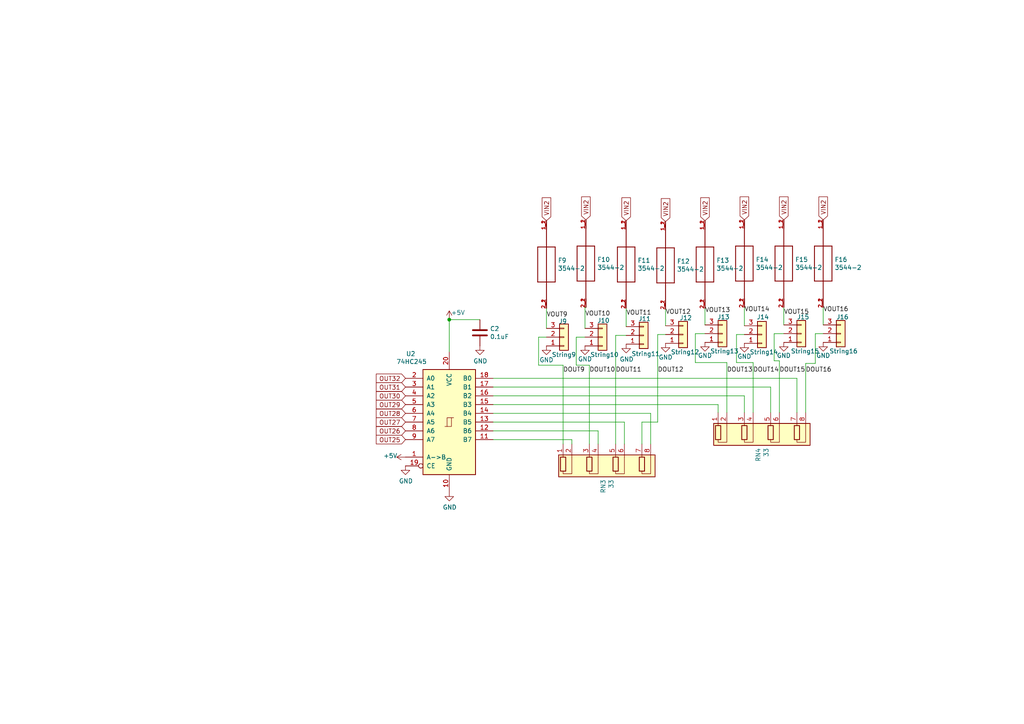
<source format=kicad_sch>
(kicad_sch (version 20211123) (generator eeschema)
  (paper "A4")
  (title_block (title "16 Expansion SMD 24pin") (date "2022-05-09") (rev "v1") (company "Scott Hanson"))
  (lib_symbols
    (symbol "74xx:74HC245" (pin_names (offset 1.016))
      (property "Reference" "U" (at -7.62 16.51 0))
      (property "Value" "74HC245" (at -7.62 -16.51 0))
      (symbol "74HC245_1_0"
        (polyline (pts (xy -0.635 -1.27) (xy -0.635 1.27) (xy 0.635 1.27)))
        (polyline (pts (xy -1.27 -1.27) (xy 0.635 -1.27) (xy 0.635 1.27) (xy 1.27 1.27)))
        (pin input line (at -12.7 -10.16 0) (length 5.08) (name "A->B") (number "1"))
        (pin power_in line (at 0 -20.32 90) (length 5.08) (name "GND") (number "10"))
        (pin tri_state line (at 12.7 -5.08 180) (length 5.08) (name "B7") (number "11"))
        (pin tri_state line (at 12.7 -2.54 180) (length 5.08) (name "B6") (number "12"))
        (pin tri_state line (at 12.7 0 180) (length 5.08) (name "B5") (number "13"))
        (pin tri_state line (at 12.7 2.54 180) (length 5.08) (name "B4") (number "14"))
        (pin tri_state line (at 12.7 5.08 180) (length 5.08) (name "B3") (number "15"))
        (pin tri_state line (at 12.7 7.62 180) (length 5.08) (name "B2") (number "16"))
        (pin tri_state line (at 12.7 10.16 180) (length 5.08) (name "B1") (number "17"))
        (pin tri_state line (at 12.7 12.7 180) (length 5.08) (name "B0") (number "18"))
        (pin input inverted (at -12.7 -12.7 0) (length 5.08) (name "CE") (number "19"))
        (pin tri_state line (at -12.7 12.7 0) (length 5.08) (name "A0") (number "2"))
        (pin power_in line (at 0 20.32 270) (length 5.08) (name "VCC") (number "20"))
        (pin tri_state line (at -12.7 10.16 0) (length 5.08) (name "A1") (number "3"))
        (pin tri_state line (at -12.7 7.62 0) (length 5.08) (name "A2") (number "4"))
        (pin tri_state line (at -12.7 5.08 0) (length 5.08) (name "A3") (number "5"))
        (pin tri_state line (at -12.7 2.54 0) (length 5.08) (name "A4") (number "6"))
        (pin tri_state line (at -12.7 0 0) (length 5.08) (name "A5") (number "7"))
        (pin tri_state line (at -12.7 -2.54 0) (length 5.08) (name "A6") (number "8"))
        (pin tri_state line (at -12.7 -5.08 0) (length 5.08) (name "A7") (number "9"))
      )
      (symbol "74HC245_1_1"
        (rectangle (start -7.62 15.24) (end 7.62 -15.24) (stroke (width 0.254)) (fill (type background)))
      )
    )
    (symbol "Connector_Generic:Conn_01x03" (pin_names (offset 1.016) hide)
      (property "Reference" "J" (at 0 5.08 0))
      (property "Value" "Conn_01x03" (at 0 -5.08 0))
      (symbol "Conn_01x03_1_1"
        (rectangle (start -1.27 -2.413) (end 0 -2.667) (stroke (width 0.1524)))
        (rectangle (start -1.27 0.127) (end 0 -0.127) (stroke (width 0.1524)))
        (rectangle (start -1.27 2.667) (end 0 2.413) (stroke (width 0.1524)))
        (rectangle (start -1.27 3.81) (end 1.27 -3.81) (stroke (width 0.254)) (fill (type background)))
        (pin passive line (at -5.08 2.54 0) (length 3.81) (name "Pin_1") (number "1"))
        (pin passive line (at -5.08 0 0) (length 3.81) (name "Pin_2") (number "2"))
        (pin passive line (at -5.08 -2.54 0) (length 3.81) (name "Pin_3") (number "3"))
      )
    )
    (symbol "PB_16-rescue:3544-2-Keystone_Fuse" (pin_names (offset 1.016) hide)
      (property "Reference" "F" (at -5.08 3.302 0))
      (property "Value" "3544-2-Keystone_Fuse" (at -5.08 -5.08 0))
      (symbol "3544-2-Keystone_Fuse_0_0"
        (polyline (pts (xy -12.7 0) (xy 12.7 0)) (stroke (width 0.254)))
        (polyline (pts (xy -5.08 -2.54) (xy -5.08 2.54)) (stroke (width 0.254)))
        (polyline (pts (xy -5.08 2.54) (xy 5.08 2.54)) (stroke (width 0.254)))
        (polyline (pts (xy 5.08 -2.54) (xy -5.08 -2.54)) (stroke (width 0.254)))
        (polyline (pts (xy 5.08 2.54) (xy 5.08 -2.54)) (stroke (width 0.254)))
        (pin passive line (at -12.7 0 0) (length 2.54) (name "1") (number "1_1"))
        (pin passive line (at -12.7 0 0) (length 2.54) (name "1") (number "1_2"))
        (pin passive line (at 12.7 0 180) (length 2.54) (name "2") (number "2_1"))
        (pin passive line (at 12.7 0 180) (length 2.54) (name "2") (number "2_2"))
      )
    )
    (symbol "PB_16-rescue:C-Device" (pin_numbers hide) (pin_names (offset 0.254))
      (property "Reference" "C" (at 0.635 2.54 0))
      (property "Value" "C-Device" (at 0.635 -2.54 0))
      (symbol "C-Device_0_1"
        (polyline (pts (xy -2.032 -0.762) (xy 2.032 -0.762)) (stroke (width 0.508)))
        (polyline (pts (xy -2.032 0.762) (xy 2.032 0.762)) (stroke (width 0.508)))
      )
      (symbol "C-Device_1_1"
        (pin passive line (at 0 3.81 270) (length 2.794) (name "~") (number "1"))
        (pin passive line (at 0 -3.81 90) (length 2.794) (name "~") (number "2"))
      )
    )
    (symbol "PB_16-rescue:R_Pack04_SIP-Device" (pin_names (offset 0) hide)
      (property "Reference" "RN" (at -15.24 0 90))
      (property "Value" "R_Pack04_SIP-Device" (at 15.24 0 90))
      (symbol "R_Pack04_SIP-Device_0_1"
        (rectangle (start -13.97 -1.905) (end 13.97 4.445) (stroke (width 0.254)) (fill (type background)))
        (rectangle (start -13.462 2.794) (end -11.938 -1.27) (stroke (width 0.254)))
        (rectangle (start -5.842 2.794) (end -4.318 -1.27) (stroke (width 0.254)))
        (polyline (pts (xy -12.7 2.794) (xy -12.7 3.556) (xy -10.16 3.556) (xy -10.16 -1.27)))
        (polyline (pts (xy -5.08 2.794) (xy -5.08 3.556) (xy -2.54 3.556) (xy -2.54 -1.27)))
        (polyline (pts (xy 2.54 2.794) (xy 2.54 3.556) (xy 5.08 3.556) (xy 5.08 -1.27)))
        (polyline (pts (xy 10.16 2.794) (xy 10.16 3.556) (xy 12.7 3.556) (xy 12.7 -1.27)))
        (rectangle (start 1.778 2.794) (end 3.302 -1.27) (stroke (width 0.254)))
        (rectangle (start 9.398 2.794) (end 10.922 -1.27) (stroke (width 0.254)))
      )
      (symbol "R_Pack04_SIP-Device_1_1"
        (pin passive line (at -12.7 -5.08 90) (length 3.81) (name "R1.1") (number "1"))
        (pin passive line (at -10.16 -5.08 90) (length 3.81) (name "R1.2") (number "2"))
        (pin passive line (at -5.08 -5.08 90) (length 3.81) (name "R2.1") (number "3"))
        (pin passive line (at -2.54 -5.08 90) (length 3.81) (name "R2.2") (number "4"))
        (pin passive line (at 2.54 -5.08 90) (length 3.81) (name "R3.1") (number "5"))
        (pin passive line (at 5.08 -5.08 90) (length 3.81) (name "R3.2") (number "6"))
        (pin passive line (at 10.16 -5.08 90) (length 3.81) (name "R4.1") (number "7"))
        (pin passive line (at 12.7 -5.08 90) (length 3.81) (name "R4.2") (number "8"))
      )
    )
    (symbol "power:+5V" (power) (pin_names (offset 0))
      (property "Value" "+5V" (at 0 3.556 0))
      (symbol "+5V_0_1"
        (polyline (pts (xy -0.762 1.27) (xy 0 2.54)))
        (polyline (pts (xy 0 0) (xy 0 2.54)))
        (polyline (pts (xy 0 2.54) (xy 0.762 1.27)))
      )
      (symbol "+5V_1_1"
        (pin power_in line (at 0 0 90) (length 0) hide (name "+5V") (number "1"))
      )
    )
    (symbol "power:GND" (power) (pin_names (offset 0))
      (property "Value" "GND" (at 0 -3.81 0))
      (symbol "GND_0_1"
        (polyline (pts (xy 0 0) (xy 0 -1.27) (xy 1.27 -1.27) (xy 0 -2.54) (xy -1.27 -1.27) (xy 0 -1.27)))
      )
      (symbol "GND_1_1"
        (pin power_in line (at 0 0 270) (length 0) hide (name "GND") (number "1"))
      )
    )
  )
  (junction (at 130.302 92.71))
  (wire (pts (xy 169.672 95.25) (xy 169.672 89.154)))
  (wire (pts (xy 190.754 97.028) (xy 190.754 122.428)))
  (wire (pts (xy 193.04 97.028) (xy 190.754 97.028)))
  (wire (pts (xy 181.61 89.408) (xy 181.61 94.742)))
  (wire (pts (xy 143.002 112.268) (xy 223.52 112.268)))
  (wire (pts (xy 169.672 89.154) (xy 169.926 89.154)))
  (wire (pts (xy 215.9 97.028) (xy 213.614 97.028)))
  (wire (pts (xy 143.002 117.348) (xy 208.28 117.348)))
  (wire (pts (xy 236.474 96.774) (xy 238.76 96.774)))
  (wire (pts (xy 156.21 97.79) (xy 158.496 97.79)))
  (wire (pts (xy 158.496 89.408) (xy 158.496 95.25)))
  (wire (pts (xy 236.474 105.41) (xy 236.474 96.774)))
  (wire (pts (xy 210.82 105.156) (xy 210.82 119.634)))
  (wire (pts (xy 223.52 112.268) (xy 223.52 119.634)))
  (wire (pts (xy 208.28 117.348) (xy 208.28 119.634)))
  (wire (pts (xy 143.002 109.728) (xy 231.14 109.728)))
  (wire (pts (xy 224.536 96.774) (xy 227.33 96.774)))
  (wire (pts (xy 226.06 119.634) (xy 226.06 104.648)))
  (wire (pts (xy 169.672 97.79) (xy 167.132 97.79)))
  (wire (pts (xy 163.322 128.778) (xy 163.322 105.918)))
  (wire (pts (xy 173.482 124.968) (xy 173.482 128.778)))
  (wire (pts (xy 224.536 104.648) (xy 224.536 96.774)))
  (wire (pts (xy 231.14 109.728) (xy 231.14 119.634)))
  (wire (pts (xy 143.002 124.968) (xy 173.482 124.968)))
  (wire (pts (xy 204.47 94.234) (xy 204.47 89.408)))
  (wire (pts (xy 213.614 105.156) (xy 218.44 105.156)))
  (wire (pts (xy 218.44 105.156) (xy 218.44 119.634)))
  (wire (pts (xy 215.9 89.154) (xy 215.9 94.488)))
  (wire (pts (xy 213.614 97.028) (xy 213.614 105.156)))
  (wire (pts (xy 226.06 104.648) (xy 224.536 104.648)))
  (wire (pts (xy 178.562 97.282) (xy 181.61 97.282)))
  (wire (pts (xy 178.562 128.778) (xy 178.562 97.282)))
  (wire (pts (xy 130.302 92.71) (xy 130.302 102.108)))
  (wire (pts (xy 204.47 96.774) (xy 201.676 96.774)))
  (wire (pts (xy 193.04 94.488) (xy 193.04 89.662)))
  (wire (pts (xy 143.002 114.808) (xy 215.9 114.808)))
  (wire (pts (xy 201.676 96.774) (xy 201.676 105.156)))
  (wire (pts (xy 238.76 94.234) (xy 238.76 89.154)))
  (wire (pts (xy 139.192 92.71) (xy 130.302 92.71)))
  (wire (pts (xy 190.754 122.428) (xy 186.182 122.428)))
  (wire (pts (xy 233.68 105.41) (xy 236.474 105.41)))
  (wire (pts (xy 143.002 119.888) (xy 188.722 119.888)))
  (wire (pts (xy 156.21 105.918) (xy 156.21 97.79)))
  (wire (pts (xy 215.9 119.634) (xy 215.9 114.808)))
  (wire (pts (xy 143.002 122.428) (xy 181.102 122.428)))
  (wire (pts (xy 181.102 122.428) (xy 181.102 128.778)))
  (wire (pts (xy 188.722 119.888) (xy 188.722 128.778)))
  (wire (pts (xy 170.942 105.918) (xy 167.132 105.918)))
  (wire (pts (xy 227.33 89.154) (xy 227.33 94.234)))
  (wire (pts (xy 143.002 127.508) (xy 165.862 127.508)))
  (wire (pts (xy 201.676 105.156) (xy 210.82 105.156)))
  (wire (pts (xy 233.68 119.634) (xy 233.68 105.41)))
  (wire (pts (xy 163.322 105.918) (xy 156.21 105.918)))
  (wire (pts (xy 165.862 127.508) (xy 165.862 128.778)))
  (wire (pts (xy 167.132 105.918) (xy 167.132 97.79)))
  (wire (pts (xy 170.942 128.778) (xy 170.942 105.918)))
  (wire (pts (xy 186.182 122.428) (xy 186.182 128.778)))
  (label "VOUT12" (at 193.04 91.44 0))
  (label "DOUT11" (at 178.562 108.204 0))
  (label "DOUT10" (at 170.942 108.204 0))
  (label "VOUT10" (at 169.672 91.948 0))
  (label "VOUT9" (at 158.496 92.202 0))
  (label "DOUT14" (at 218.44 108.204 0))
  (label "VOUT11" (at 181.61 91.694 0))
  (label "DOUT15" (at 226.06 108.204 0))
  (label "VOUT16" (at 238.76 90.678 0))
  (label "VOUT13" (at 204.47 90.932 0))
  (label "DOUT13" (at 210.82 108.204 0))
  (label "VOUT14" (at 215.9 90.678 0))
  (label "VOUT15" (at 227.33 91.44 0))
  (label "DOUT16" (at 233.68 108.204 0))
  (label "DOUT12" (at 190.754 108.204 0))
  (label "DOUT9" (at 163.322 108.204 0))
  (global_label "OUT26" (shape input) (at 117.602 124.968 180) (property "Intersheet References" "${INTERSHEET_REFS}" (effects hide)))
  (global_label "VIN2" (shape input) (at 227.33 63.754 90) (property "Intersheet References" "${INTERSHEET_REFS}" (effects hide)))
  (global_label "OUT25" (shape input) (at 117.602 127.508 180) (property "Intersheet References" "${INTERSHEET_REFS}" (effects hide)))
  (global_label "OUT27" (shape input) (at 117.602 122.428 180) (property "Intersheet References" "${INTERSHEET_REFS}" (effects hide)))
  (global_label "OUT28" (shape input) (at 117.602 119.888 180) (property "Intersheet References" "${INTERSHEET_REFS}" (effects hide)))
  (global_label "VIN2" (shape input) (at 215.9 63.754 90) (property "Intersheet References" "${INTERSHEET_REFS}" (effects hide)))
  (global_label "VIN2" (shape input) (at 158.496 64.008 90) (property "Intersheet References" "${INTERSHEET_REFS}" (effects hide)))
  (global_label "VIN2" (shape input) (at 181.61 64.008 90) (property "Intersheet References" "${INTERSHEET_REFS}" (effects hide)))
  (global_label "VIN2" (shape input) (at 238.76 63.754 90) (property "Intersheet References" "${INTERSHEET_REFS}" (effects hide)))
  (global_label "OUT32" (shape input) (at 117.602 109.728 180) (property "Intersheet References" "${INTERSHEET_REFS}" (effects hide)))
  (global_label "OUT31" (shape input) (at 117.602 112.268 180) (property "Intersheet References" "${INTERSHEET_REFS}" (effects hide)))
  (global_label "VIN2" (shape input) (at 193.04 64.262 90) (property "Intersheet References" "${INTERSHEET_REFS}" (effects hide)))
  (global_label "OUT30" (shape input) (at 117.602 114.808 180) (property "Intersheet References" "${INTERSHEET_REFS}" (effects hide)))
  (global_label "VIN2" (shape input) (at 169.926 63.754 90) (property "Intersheet References" "${INTERSHEET_REFS}" (effects hide)))
  (global_label "OUT29" (shape input) (at 117.602 117.348 180) (property "Intersheet References" "${INTERSHEET_REFS}" (effects hide)))
  (global_label "VIN2" (shape input) (at 204.47 64.008 90) (property "Intersheet References" "${INTERSHEET_REFS}" (effects hide)))
  (symbol (lib_id "Connector_Generic:Conn_01x03") (at 163.576 97.79 0) (mirror x) (unit 1)
    (property "Reference" "J9" (at 162.052 93.218 0) (effects (justify left)))
    (property "Value" "String9" (at 160.02 102.87 0) (effects (justify left)))
    (property "Footprint" "Connector_Phoenix_MC:PhoenixContact_MCV_1,5_3-G-3.5_1x03_P3.50mm_Vertical" (effects hide))
    (property "Digi-Key_PN" "277-5737-ND/ED10555-ND" (effects hide))
    (property "MPN" "1843619/OSTTJ0311530" (effects hide))
  )
  (symbol (lib_id "Connector_Generic:Conn_01x03") (at 174.752 97.79 0) (mirror x) (unit 1)
    (property "Reference" "J10" (at 173.228 92.964 0) (effects (justify left)))
    (property "Value" "String10" (at 171.196 102.87 0) (effects (justify left)))
    (property "Footprint" "Connector_Phoenix_MC:PhoenixContact_MCV_1,5_3-G-3.5_1x03_P3.50mm_Vertical" (effects hide))
    (property "Digi-Key_PN" "277-5737-ND/ED10555-ND" (effects hide))
    (property "MPN" "1843619/OSTTJ0311530" (effects hide))
  )
  (symbol (lib_id "Connector_Generic:Conn_01x03") (at 186.69 97.282 0) (mirror x) (unit 1)
    (property "Reference" "J11" (at 185.166 92.456 0) (effects (justify left)))
    (property "Value" "String11" (at 183.134 102.616 0) (effects (justify left)))
    (property "Footprint" "Connector_Phoenix_MC:PhoenixContact_MCV_1,5_3-G-3.5_1x03_P3.50mm_Vertical" (effects hide))
    (property "Digi-Key_PN" "277-5737-ND/ED10555-ND" (effects hide))
    (property "MPN" "1843619/OSTTJ0311530" (effects hide))
  )
  (symbol (lib_id "Connector_Generic:Conn_01x03") (at 198.12 97.028 0) (mirror x) (unit 1)
    (property "Reference" "J12" (at 197.104 92.202 0) (effects (justify left)))
    (property "Value" "String12" (at 194.564 102.108 0) (effects (justify left)))
    (property "Footprint" "Connector_Phoenix_MC:PhoenixContact_MCV_1,5_3-G-3.5_1x03_P3.50mm_Vertical" (effects hide))
    (property "Digi-Key_PN" "277-5737-ND/ED10555-ND" (effects hide))
    (property "MPN" "1843619/OSTTJ0311530" (effects hide))
  )
  (symbol (lib_id "Connector_Generic:Conn_01x03") (at 209.55 96.774 0) (mirror x) (unit 1)
    (property "Reference" "J13" (at 208.026 91.948 0) (effects (justify left)))
    (property "Value" "String13" (at 205.994 101.854 0) (effects (justify left)))
    (property "Footprint" "Connector_Phoenix_MC:PhoenixContact_MCV_1,5_3-G-3.5_1x03_P3.50mm_Vertical" (effects hide))
    (property "Digi-Key_PN" "277-5737-ND/ED10555-ND" (effects hide))
    (property "MPN" "1843619/OSTTJ0311530" (effects hide))
  )
  (symbol (lib_id "Connector_Generic:Conn_01x03") (at 220.98 97.028 0) (mirror x) (unit 1)
    (property "Reference" "J14" (at 219.456 91.948 0) (effects (justify left)))
    (property "Value" "String14" (at 217.424 102.108 0) (effects (justify left)))
    (property "Footprint" "Connector_Phoenix_MC:PhoenixContact_MCV_1,5_3-G-3.5_1x03_P3.50mm_Vertical" (effects hide))
    (property "Digi-Key_PN" "277-5737-ND/ED10555-ND" (effects hide))
    (property "MPN" "1843619/OSTTJ0311530" (effects hide))
  )
  (symbol (lib_id "Connector_Generic:Conn_01x03") (at 232.41 96.774 0) (mirror x) (unit 1)
    (property "Reference" "J15" (at 231.14 91.948 0) (effects (justify left)))
    (property "Value" "String15" (at 229.362 101.854 0) (effects (justify left)))
    (property "Footprint" "Connector_Phoenix_MC:PhoenixContact_MCV_1,5_3-G-3.5_1x03_P3.50mm_Vertical" (effects hide))
    (property "Digi-Key_PN" "277-5737-ND/ED10555-ND" (effects hide))
    (property "MPN" "1843619/OSTTJ0311530" (effects hide))
  )
  (symbol (lib_id "Connector_Generic:Conn_01x03") (at 243.84 96.774 0) (mirror x) (unit 1)
    (property "Reference" "J16" (at 242.57 91.948 0) (effects (justify left)))
    (property "Value" "String16" (at 240.538 101.854 0) (effects (justify left)))
    (property "Footprint" "Connector_Phoenix_MC:PhoenixContact_MCV_1,5_3-G-3.5_1x03_P3.50mm_Vertical" (effects hide))
    (property "Digi-Key_PN" "277-5737-ND/ED10555-ND" (effects hide))
    (property "MPN" "1843619/OSTTJ0311530" (effects hide))
  )
  (symbol (lib_id "power:GND") (at 158.496 100.33 0) (unit 1)
    (property "Reference" "#PWR024" (effects hide))
    (property "Value" "GND" (at 158.496 104.394 0))
  )
  (symbol (lib_id "power:GND") (at 169.672 100.33 0) (unit 1)
    (property "Reference" "#PWR025" (effects hide))
    (property "Value" "GND" (at 169.672 104.14 0))
  )
  (symbol (lib_id "power:GND") (at 181.61 99.822 0) (unit 1)
    (property "Reference" "#PWR026" (effects hide))
    (property "Value" "GND" (at 181.737 104.2162 0))
  )
  (symbol (lib_id "power:GND") (at 193.04 99.568 0) (unit 1)
    (property "Reference" "#PWR027" (effects hide))
    (property "Value" "GND" (at 193.04 103.632 0))
  )
  (symbol (lib_id "power:GND") (at 204.47 99.314 0) (unit 1)
    (property "Reference" "#PWR028" (effects hide))
    (property "Value" "GND" (at 204.47 103.124 0))
  )
  (symbol (lib_id "power:GND") (at 215.9 99.568 0) (unit 1)
    (property "Reference" "#PWR029" (effects hide))
    (property "Value" "GND" (at 215.9 103.378 0))
  )
  (symbol (lib_id "power:GND") (at 227.33 99.314 0) (unit 1)
    (property "Reference" "#PWR030" (effects hide))
    (property "Value" "GND" (at 227.33 103.124 0))
  )
  (symbol (lib_id "power:GND") (at 238.76 99.314 0) (unit 1)
    (property "Reference" "#PWR031" (effects hide))
    (property "Value" "GND" (at 238.76 103.124 0))
  )
  (symbol (lib_id "PB_16-rescue:3544-2-Keystone_Fuse") (at 169.926 76.454 270) (unit 1)
    (property "Reference" "F10" (at 173.228 75.2856 90) (effects (justify left)))
    (property "Value" "3544-2" (at 173.228 77.597 90) (effects (justify left)))
    (property "Footprint" "Keystone_Fuse:FUSE_3544-2" (effects hide))
    (property "Field4" "3544-2" (effects hide))
    (property "Field5" "None" (effects hide))
    (property "Field6" "Unavailable" (effects hide))
    (property "Field7" "Fuse Clip; 500 VAC; 30 A; PCB; For 0.110 in. x 0.032 in. mini blade fuses" (effects hide))
    (property "Field8" "Keystone Electronics" (effects hide))
    (property "Digi-Key_PN" "36-3544-2-ND" (effects hide))
    (property "MPN" "3544-2" (effects hide))
  )
  (symbol (lib_id "PB_16-rescue:3544-2-Keystone_Fuse") (at 181.61 76.708 270) (unit 1)
    (property "Reference" "F11" (at 184.912 75.5396 90) (effects (justify left)))
    (property "Value" "3544-2" (at 184.912 77.851 90) (effects (justify left)))
    (property "Footprint" "Keystone_Fuse:FUSE_3544-2" (effects hide))
    (property "Field4" "3544-2" (effects hide))
    (property "Field5" "None" (effects hide))
    (property "Field6" "Unavailable" (effects hide))
    (property "Field7" "Fuse Clip; 500 VAC; 30 A; PCB; For 0.110 in. x 0.032 in. mini blade fuses" (effects hide))
    (property "Field8" "Keystone Electronics" (effects hide))
    (property "Digi-Key_PN" "36-3544-2-ND" (effects hide))
    (property "MPN" "3544-2" (effects hide))
  )
  (symbol (lib_id "PB_16-rescue:3544-2-Keystone_Fuse") (at 193.04 76.962 270) (unit 1)
    (property "Reference" "F12" (at 196.342 75.7936 90) (effects (justify left)))
    (property "Value" "3544-2" (at 196.342 78.105 90) (effects (justify left)))
    (property "Footprint" "Keystone_Fuse:FUSE_3544-2" (effects hide))
    (property "Field4" "3544-2" (effects hide))
    (property "Field5" "None" (effects hide))
    (property "Field6" "Unavailable" (effects hide))
    (property "Field7" "Fuse Clip; 500 VAC; 30 A; PCB; For 0.110 in. x 0.032 in. mini blade fuses" (effects hide))
    (property "Field8" "Keystone Electronics" (effects hide))
    (property "Digi-Key_PN" "36-3544-2-ND" (effects hide))
    (property "MPN" "3544-2" (effects hide))
  )
  (symbol (lib_id "PB_16-rescue:3544-2-Keystone_Fuse") (at 204.47 76.708 270) (unit 1)
    (property "Reference" "F13" (at 207.772 75.5396 90) (effects (justify left)))
    (property "Value" "3544-2" (at 207.772 77.851 90) (effects (justify left)))
    (property "Footprint" "Keystone_Fuse:FUSE_3544-2" (effects hide))
    (property "Field4" "3544-2" (effects hide))
    (property "Field5" "None" (effects hide))
    (property "Field6" "Unavailable" (effects hide))
    (property "Field7" "Fuse Clip; 500 VAC; 30 A; PCB; For 0.110 in. x 0.032 in. mini blade fuses" (effects hide))
    (property "Field8" "Keystone Electronics" (effects hide))
    (property "Digi-Key_PN" "36-3544-2-ND" (effects hide))
    (property "MPN" "3544-2" (effects hide))
  )
  (symbol (lib_id "PB_16-rescue:3544-2-Keystone_Fuse") (at 215.9 76.454 270) (unit 1)
    (property "Reference" "F14" (at 219.202 75.2856 90) (effects (justify left)))
    (property "Value" "3544-2" (at 219.202 77.597 90) (effects (justify left)))
    (property "Footprint" "Keystone_Fuse:FUSE_3544-2" (effects hide))
    (property "Field4" "3544-2" (effects hide))
    (property "Field5" "None" (effects hide))
    (property "Field6" "Unavailable" (effects hide))
    (property "Field7" "Fuse Clip; 500 VAC; 30 A; PCB; For 0.110 in. x 0.032 in. mini blade fuses" (effects hide))
    (property "Field8" "Keystone Electronics" (effects hide))
    (property "Digi-Key_PN" "36-3544-2-ND" (effects hide))
    (property "MPN" "3544-2" (effects hide))
  )
  (symbol (lib_id "PB_16-rescue:3544-2-Keystone_Fuse") (at 227.33 76.454 270) (unit 1)
    (property "Reference" "F15" (at 230.632 75.2856 90) (effects (justify left)))
    (property "Value" "3544-2" (at 230.632 77.597 90) (effects (justify left)))
    (property "Footprint" "Keystone_Fuse:FUSE_3544-2" (effects hide))
    (property "Field4" "3544-2" (effects hide))
    (property "Field5" "None" (effects hide))
    (property "Field6" "Unavailable" (effects hide))
    (property "Field7" "Fuse Clip; 500 VAC; 30 A; PCB; For 0.110 in. x 0.032 in. mini blade fuses" (effects hide))
    (property "Field8" "Keystone Electronics" (effects hide))
    (property "Digi-Key_PN" "36-3544-2-ND" (effects hide))
    (property "MPN" "3544-2" (effects hide))
  )
  (symbol (lib_id "PB_16-rescue:3544-2-Keystone_Fuse") (at 238.76 76.454 270) (unit 1)
    (property "Reference" "F16" (at 242.062 75.2856 90) (effects (justify left)))
    (property "Value" "3544-2" (at 242.062 77.597 90) (effects (justify left)))
    (property "Footprint" "Keystone_Fuse:FUSE_3544-2" (effects hide))
    (property "Field4" "3544-2" (effects hide))
    (property "Field5" "None" (effects hide))
    (property "Field6" "Unavailable" (effects hide))
    (property "Field7" "Fuse Clip; 500 VAC; 30 A; PCB; For 0.110 in. x 0.032 in. mini blade fuses" (effects hide))
    (property "Field8" "Keystone Electronics" (effects hide))
    (property "Digi-Key_PN" "36-3544-2-ND" (effects hide))
    (property "MPN" "3544-2" (effects hide))
  )
  (symbol (lib_id "power:GND") (at 130.302 142.748 0) (unit 1)
    (property "Reference" "#PWR023" (effects hide))
    (property "Value" "GND" (at 130.429 147.1422 0))
  )
  (symbol (lib_id "power:+5V") (at 117.602 132.588 90) (unit 1)
    (property "Reference" "#PWR020" (effects hide))
    (property "Value" "+5V" (at 113.2078 132.207 90))
  )
  (symbol (lib_id "power:GND") (at 117.602 135.128 0) (unit 1)
    (property "Reference" "#PWR021" (effects hide))
    (property "Value" "GND" (at 117.729 139.5222 0))
  )
  (symbol (lib_id "PB_16-rescue:C-Device") (at 139.192 96.52 0) (unit 1)
    (property "Reference" "C2" (at 142.113 95.3516 0) (effects (justify left)))
    (property "Value" "0.1uF" (at 142.113 97.663 0) (effects (justify left)))
    (property "Footprint" "Capacitor_SMD:C_0805_2012Metric_Pad1.15x1.40mm_HandSolder" (effects hide))
    (property "Digi-Key_PN" "478-1395-1-ND" (effects hide))
    (property "MPN" "08055C104KAT2A" (effects hide))
    (property "LCSC" "C49678" (effects hide))
  )
  (symbol (lib_id "power:+5V") (at 130.302 92.71 0) (unit 1)
    (property "Reference" "#PWR022" (effects hide))
    (property "Value" "+5V" (at 132.842 90.678 0))
  )
  (symbol (lib_id "PB_16-rescue:R_Pack04_SIP-Device") (at 220.98 124.714 0) (mirror x) (unit 1)
    (property "Reference" "RN4" (at 219.9132 129.921 90) (effects (justify left)))
    (property "Value" "33" (at 222.2246 129.921 90) (effects (justify left)))
    (property "Footprint" "Resistor_THT:R_Array_SIP8" (effects hide))
    (property "Datasheet" "http://www.vishay.com/docs/31509/csc.pdf" (effects hide))
    (property "Digi-Key_PN" "4608X-2-330LF-ND" (effects hide))
    (property "MPN" "4608X-102-330LF" (effects hide))
  )
  (symbol (lib_id "PB_16-rescue:3544-2-Keystone_Fuse") (at 158.496 76.708 270) (unit 1)
    (property "Reference" "F9" (at 161.798 75.5396 90) (effects (justify left)))
    (property "Value" "3544-2" (at 161.798 77.851 90) (effects (justify left)))
    (property "Footprint" "Keystone_Fuse:FUSE_3544-2" (effects hide))
    (property "Field4" "3544-2" (effects hide))
    (property "Field5" "None" (effects hide))
    (property "Field6" "Unavailable" (effects hide))
    (property "Field7" "Fuse Clip; 500 VAC; 30 A; PCB; For 0.110 in. x 0.032 in. mini blade fuses" (effects hide))
    (property "Field8" "Keystone Electronics" (effects hide))
    (property "Digi-Key_PN" "36-3544-2-ND" (effects hide))
    (property "MPN" "3544-2" (effects hide))
  )
  (symbol (lib_id "PB_16-rescue:R_Pack04_SIP-Device") (at 176.022 133.858 0) (mirror x) (unit 1)
    (property "Reference" "RN3" (at 174.9552 139.065 90) (effects (justify left)))
    (property "Value" "33" (at 177.2666 139.065 90) (effects (justify left)))
    (property "Footprint" "Resistor_THT:R_Array_SIP8" (effects hide))
    (property "Datasheet" "http://www.vishay.com/docs/31509/csc.pdf" (effects hide))
    (property "Digi-Key_PN" "4608X-2-330LF-ND" (effects hide))
    (property "MPN" "4608X-102-330LF" (effects hide))
  )
  (symbol (lib_id "74xx:74HC245") (at 130.302 122.428 0) (unit 1)
    (property "Reference" "U2" (at 119.126 102.616 0))
    (property "Value" "74HC245" (at 119.38 104.902 0))
    (property "Footprint" "Package_SO:SOIC-20W_7.5x12.8mm_P1.27mm" (effects hide))
    (property "Datasheet" "http://www.ti.com/lit/gpn/sn74HC245" (effects hide))
    (property "Digi-Key_PN" "296-8279-1-ND" (effects hide))
    (property "LCSC" "C5625" (effects hide))
    (property "MPN" "SN74HC245PWR" (effects hide))
  )
  (symbol (lib_id "power:GND") (at 139.192 100.33 0) (unit 1)
    (property "Reference" "#PWR0103" (effects hide))
    (property "Value" "GND" (at 139.319 104.7242 0))
  )
)
</source>
